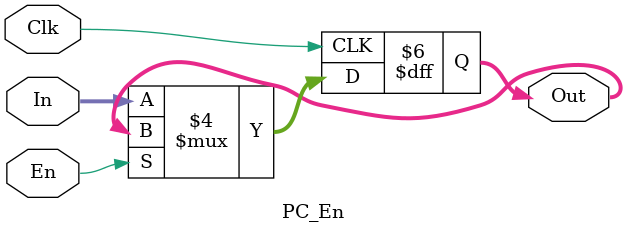
<source format=sv>
module PC_En(In, Out, Clk, En);
  input logic [31:0] In;
  input logic Clk;
  output logic [31:0] Out;
  input logic En;
  
  initial begin
    Out = 32'b0;
  end
  always_ff @ (posedge Clk)begin
    if (En == 0)begin
      Out <= In;
    end
  end
endmodule

</source>
